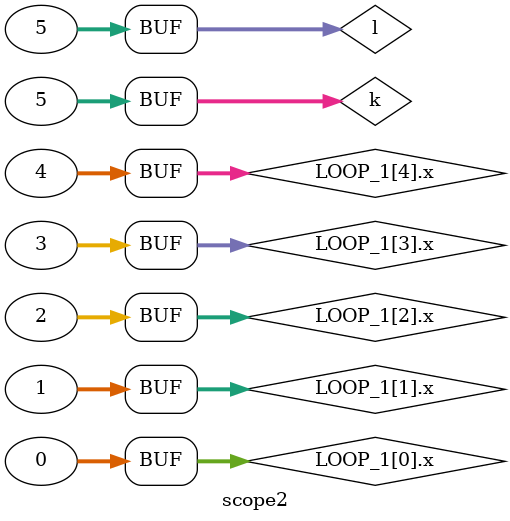
<source format=v>
module scope2;

   genvar i, j;

   generate
      for (i=0; i<5; i=i+1) begin: LOOP_1
         integer x=i;
      end
   endgenerate

   generate
      for (i=0; i<5; i=i+1) begin: LOOP_2
         always @(*) begin
            $display("x[%0d]=%0d", i, LOOP_1[i].x);
         end
      end
   endgenerate

   integer k;
   initial begin: ANOTHER
      for (k=0; k<5; k=k+1) begin: LOOP_1
         $display("k=%0d", k);
      end
   end

   integer l;
   initial begin
      for (l=0; l<5; l=l+1) begin: LOOP_2
         $display("l=%0d", l);
      end
   end

endmodule

</source>
